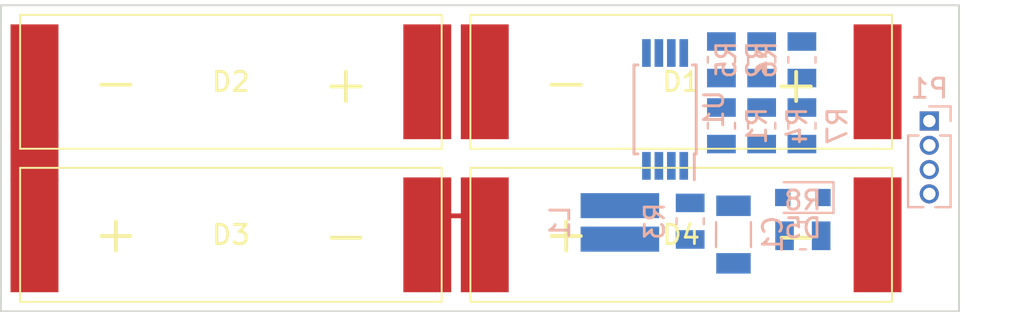
<source format=kicad_pcb>
(kicad_pcb (version 4) (host pcbnew 4.0.5)

  (general
    (links 30)
    (no_connects 28)
    (area 139.949999 77.949999 190.050001 94.050001)
    (thickness 1.6)
    (drawings 4)
    (tracks 5)
    (zones 0)
    (modules 17)
    (nets 13)
  )

  (page A4)
  (layers
    (0 F.Cu signal)
    (31 B.Cu signal)
    (32 B.Adhes user)
    (33 F.Adhes user)
    (34 B.Paste user)
    (35 F.Paste user)
    (36 B.SilkS user)
    (37 F.SilkS user)
    (38 B.Mask user)
    (39 F.Mask user)
    (40 Dwgs.User user)
    (41 Cmts.User user)
    (42 Eco1.User user)
    (43 Eco2.User user)
    (44 Edge.Cuts user)
    (45 Margin user)
    (46 B.CrtYd user)
    (47 F.CrtYd user)
    (48 B.Fab user)
    (49 F.Fab user)
  )

  (setup
    (last_trace_width 0.25)
    (trace_clearance 0.2)
    (zone_clearance 0.2)
    (zone_45_only no)
    (trace_min 0.2)
    (segment_width 0.2)
    (edge_width 0.15)
    (via_size 0.6)
    (via_drill 0.4)
    (via_min_size 0.4)
    (via_min_drill 0.3)
    (uvia_size 0.3)
    (uvia_drill 0.1)
    (uvias_allowed no)
    (uvia_min_size 0.2)
    (uvia_min_drill 0.1)
    (pcb_text_width 0.3)
    (pcb_text_size 1.5 1.5)
    (mod_edge_width 0.15)
    (mod_text_size 1 1)
    (mod_text_width 0.15)
    (pad_size 2.5 6)
    (pad_drill 0)
    (pad_to_mask_clearance 0.2)
    (aux_axis_origin 0 0)
    (visible_elements 7FFFFFFF)
    (pcbplotparams
      (layerselection 0x00030_80000001)
      (usegerberextensions false)
      (excludeedgelayer true)
      (linewidth 0.100000)
      (plotframeref false)
      (viasonmask false)
      (mode 1)
      (useauxorigin false)
      (hpglpennumber 1)
      (hpglpenspeed 20)
      (hpglpendiameter 15)
      (hpglpenoverlay 2)
      (psnegative false)
      (psa4output false)
      (plotreference true)
      (plotvalue true)
      (plotinvisibletext false)
      (padsonsilk false)
      (subtractmaskfromsilk false)
      (outputformat 1)
      (mirror false)
      (drillshape 1)
      (scaleselection 1)
      (outputdirectory ""))
  )

  (net 0 "")
  (net 1 GND)
  (net 2 "Net-(C1-Pad2)")
  (net 3 "Net-(D1-Pad1)")
  (net 4 "Net-(D1-Pad2)")
  (net 5 "Net-(D2-Pad2)")
  (net 6 "Net-(D3-Pad2)")
  (net 7 "Net-(D5-Pad1)")
  (net 8 "Net-(L1-Pad1)")
  (net 9 "Net-(R1-Pad2)")
  (net 10 "Net-(R2-Pad2)")
  (net 11 "Net-(R4-Pad2)")
  (net 12 "Net-(D4-Pad2)")

  (net_class Default "Dies ist die voreingestellte Netzklasse."
    (clearance 0.2)
    (trace_width 0.25)
    (via_dia 0.6)
    (via_drill 0.4)
    (uvia_dia 0.3)
    (uvia_drill 0.1)
    (add_net GND)
    (add_net "Net-(C1-Pad2)")
    (add_net "Net-(D1-Pad1)")
    (add_net "Net-(D1-Pad2)")
    (add_net "Net-(D2-Pad2)")
    (add_net "Net-(D3-Pad2)")
    (add_net "Net-(D4-Pad2)")
    (add_net "Net-(D5-Pad1)")
    (add_net "Net-(L1-Pad1)")
    (add_net "Net-(R1-Pad2)")
    (add_net "Net-(R2-Pad2)")
    (add_net "Net-(R4-Pad2)")
  )

  (module Eigene_Bauteile:KXOB22-12X1F (layer F.Cu) (tedit 5A36FCD0) (tstamp 5A33DC8A)
    (at 152 90)
    (path /5A33CAE0)
    (fp_text reference D3 (at 0 0) (layer F.SilkS)
      (effects (font (size 1 1) (thickness 0.15)))
    )
    (fp_text value D_Photo (at -0.22 2.31) (layer F.Fab)
      (effects (font (size 1 1) (thickness 0.15)))
    )
    (fp_line (start -11 -3.5) (end -11 3.5) (layer F.SilkS) (width 0.1))
    (fp_line (start -11 3.5) (end 11 3.5) (layer F.SilkS) (width 0.1))
    (fp_line (start 11 3.5) (end 11 -3.5) (layer F.SilkS) (width 0.1))
    (fp_line (start 11 -3.5) (end -11 -3.5) (layer F.SilkS) (width 0.1))
    (fp_text user - (at 6 0) (layer F.SilkS)
      (effects (font (size 2 2) (thickness 0.2)))
    )
    (fp_text user + (at -6 -0.09) (layer F.SilkS)
      (effects (font (size 2 2) (thickness 0.2)))
    )
    (pad 1 smd rect (at -10.25 0) (size 2.5 6) (layers F.Cu F.Paste F.Mask)
      (net 5 "Net-(D2-Pad2)"))
    (pad 2 smd rect (at 10.25 0) (size 2.5 6) (layers F.Cu F.Paste F.Mask)
      (net 6 "Net-(D3-Pad2)"))
    (model G:/CAD/KiCad/Repos_JM/Libraries-3D/Eigene_Bauteile.3dshapes/KXOB22-12X1F.wrl
      (at (xyz 0 0 0))
      (scale (xyz 0.393701 0.393701 0.393701))
      (rotate (xyz 0 0 0))
    )
  )

  (module Eigene_Bauteile:KXOB22-12X1F (layer F.Cu) (tedit 5A36FCD0) (tstamp 5A33DC90)
    (at 175.5 90)
    (path /5A33CB15)
    (fp_text reference D4 (at 0 0) (layer F.SilkS)
      (effects (font (size 1 1) (thickness 0.15)))
    )
    (fp_text value D_Photo (at -0.22 2.31) (layer F.Fab)
      (effects (font (size 1 1) (thickness 0.15)))
    )
    (fp_line (start -11 -3.5) (end -11 3.5) (layer F.SilkS) (width 0.1))
    (fp_line (start -11 3.5) (end 11 3.5) (layer F.SilkS) (width 0.1))
    (fp_line (start 11 3.5) (end 11 -3.5) (layer F.SilkS) (width 0.1))
    (fp_line (start 11 -3.5) (end -11 -3.5) (layer F.SilkS) (width 0.1))
    (fp_text user - (at 6 0) (layer F.SilkS)
      (effects (font (size 2 2) (thickness 0.2)))
    )
    (fp_text user + (at -6 -0.09) (layer F.SilkS)
      (effects (font (size 2 2) (thickness 0.2)))
    )
    (pad 1 smd rect (at -10.25 0) (size 2.5 6) (layers F.Cu F.Paste F.Mask)
      (net 6 "Net-(D3-Pad2)"))
    (pad 2 smd rect (at 10.25 0) (size 2.5 6) (layers F.Cu F.Paste F.Mask)
      (net 12 "Net-(D4-Pad2)"))
    (model G:/CAD/KiCad/Repos_JM/Libraries-3D/Eigene_Bauteile.3dshapes/KXOB22-12X1F.wrl
      (at (xyz 0 0 0))
      (scale (xyz 0.393701 0.393701 0.393701))
      (rotate (xyz 0 0 0))
    )
  )

  (module Diodes_SMD:D_0805 (layer B.Cu) (tedit 586A4032) (tstamp 5A33DC96)
    (at 181.85 88.05 180)
    (descr "Diode SMD in 0805 package")
    (tags "smd diode")
    (path /5A33D423)
    (attr smd)
    (fp_text reference D5 (at 0 -1.6 180) (layer B.SilkS)
      (effects (font (size 1 1) (thickness 0.15)) (justify mirror))
    )
    (fp_text value D_Schottky (at 0 1.6 180) (layer B.Fab)
      (effects (font (size 1 1) (thickness 0.15)) (justify mirror))
    )
    (fp_line (start -1.6 0.8) (end -1.6 -0.8) (layer B.SilkS) (width 0.12))
    (fp_line (start -1.7 -0.88) (end -1.7 0.88) (layer B.CrtYd) (width 0.05))
    (fp_line (start 1.7 -0.88) (end -1.7 -0.88) (layer B.CrtYd) (width 0.05))
    (fp_line (start 1.7 0.88) (end 1.7 -0.88) (layer B.CrtYd) (width 0.05))
    (fp_line (start -1.7 0.88) (end 1.7 0.88) (layer B.CrtYd) (width 0.05))
    (fp_line (start 0.2 0) (end 0.4 0) (layer B.Fab) (width 0.1))
    (fp_line (start -0.1 0) (end -0.3 0) (layer B.Fab) (width 0.1))
    (fp_line (start -0.1 0.2) (end -0.1 -0.2) (layer B.Fab) (width 0.1))
    (fp_line (start 0.2 -0.2) (end 0.2 0.2) (layer B.Fab) (width 0.1))
    (fp_line (start -0.1 0) (end 0.2 -0.2) (layer B.Fab) (width 0.1))
    (fp_line (start 0.2 0.2) (end -0.1 0) (layer B.Fab) (width 0.1))
    (fp_line (start -1 -0.625) (end -1 0.625) (layer B.Fab) (width 0.12))
    (fp_line (start 1 -0.625) (end -1 -0.625) (layer B.Fab) (width 0.12))
    (fp_line (start 1 0.625) (end 1 -0.625) (layer B.Fab) (width 0.12))
    (fp_line (start -1 0.625) (end 1 0.625) (layer B.Fab) (width 0.12))
    (fp_line (start -1.6 -0.8) (end 1 -0.8) (layer B.SilkS) (width 0.12))
    (fp_line (start -1.6 0.8) (end 1 0.8) (layer B.SilkS) (width 0.12))
    (pad 1 smd rect (at -1.05 0 180) (size 0.8 0.9) (layers B.Cu B.Paste B.Mask)
      (net 7 "Net-(D5-Pad1)"))
    (pad 2 smd rect (at 1.05 0 180) (size 0.8 0.9) (layers B.Cu B.Paste B.Mask)
      (net 1 GND))
  )

  (module Eigene_Bauteile:KXOB22-12X1F (layer F.Cu) (tedit 5A36FCD0) (tstamp 5A33DC84)
    (at 152 82 180)
    (path /5A33CABC)
    (fp_text reference D2 (at 0 0 180) (layer F.SilkS)
      (effects (font (size 1 1) (thickness 0.15)))
    )
    (fp_text value D_Photo (at -0.22 2.31 180) (layer F.Fab)
      (effects (font (size 1 1) (thickness 0.15)))
    )
    (fp_line (start -11 -3.5) (end -11 3.5) (layer F.SilkS) (width 0.1))
    (fp_line (start -11 3.5) (end 11 3.5) (layer F.SilkS) (width 0.1))
    (fp_line (start 11 3.5) (end 11 -3.5) (layer F.SilkS) (width 0.1))
    (fp_line (start 11 -3.5) (end -11 -3.5) (layer F.SilkS) (width 0.1))
    (fp_text user - (at 6 0 180) (layer F.SilkS)
      (effects (font (size 2 2) (thickness 0.2)))
    )
    (fp_text user + (at -6 -0.09 180) (layer F.SilkS)
      (effects (font (size 2 2) (thickness 0.2)))
    )
    (pad 1 smd rect (at -10.25 0 180) (size 2.5 6) (layers F.Cu F.Paste F.Mask)
      (net 4 "Net-(D1-Pad2)"))
    (pad 2 smd rect (at 10.25 0 180) (size 2.5 6) (layers F.Cu F.Paste F.Mask)
      (net 5 "Net-(D2-Pad2)"))
    (model G:/CAD/KiCad/Repos_JM/Libraries-3D/Eigene_Bauteile.3dshapes/KXOB22-12X1F.wrl
      (at (xyz 0 0 0))
      (scale (xyz 0.393701 0.393701 0.393701))
      (rotate (xyz 0 0 0))
    )
  )

  (module Eigene_Bauteile:KXOB22-12X1F (layer F.Cu) (tedit 5A36FCD0) (tstamp 5A33DC7E)
    (at 175.5 82 180)
    (path /5A33CA61)
    (fp_text reference D1 (at 0 0 180) (layer F.SilkS)
      (effects (font (size 1 1) (thickness 0.15)))
    )
    (fp_text value D_Photo (at -0.22 2.31 180) (layer F.Fab)
      (effects (font (size 1 1) (thickness 0.15)))
    )
    (fp_line (start -11 -3.5) (end -11 3.5) (layer F.SilkS) (width 0.1))
    (fp_line (start -11 3.5) (end 11 3.5) (layer F.SilkS) (width 0.1))
    (fp_line (start 11 3.5) (end 11 -3.5) (layer F.SilkS) (width 0.1))
    (fp_line (start 11 -3.5) (end -11 -3.5) (layer F.SilkS) (width 0.1))
    (fp_text user - (at 6 0 180) (layer F.SilkS)
      (effects (font (size 2 2) (thickness 0.2)))
    )
    (fp_text user + (at -6 -0.09 180) (layer F.SilkS)
      (effects (font (size 2 2) (thickness 0.2)))
    )
    (pad 1 smd rect (at -10.25 0 180) (size 2.5 6) (layers F.Cu F.Paste F.Mask)
      (net 3 "Net-(D1-Pad1)"))
    (pad 2 smd rect (at 10.25 0 180) (size 2.5 6) (layers F.Cu F.Paste F.Mask)
      (net 4 "Net-(D1-Pad2)"))
    (model G:/CAD/KiCad/Repos_JM/Libraries-3D/Eigene_Bauteile.3dshapes/KXOB22-12X1F.wrl
      (at (xyz 0 0 0))
      (scale (xyz 0.393701 0.393701 0.393701))
      (rotate (xyz 0 0 0))
    )
  )

  (module Resistor_SMD:R_0805_2012Metric (layer B.Cu) (tedit 59FE48B8) (tstamp 5A3704A6)
    (at 181.8 80.85 270)
    (descr "Resistor SMD 0805 (2012 Metric), square (rectangular) end terminal, IPC_7351 nominal, (Body size source: http://www.tortai-tech.com/upload/download/2011102023233369053.pdf), generated with kicad-footprint-generator")
    (tags resistor)
    (path /5A370B34)
    (attr smd)
    (fp_text reference R6 (at 0 1.85 270) (layer B.SilkS)
      (effects (font (size 1 1) (thickness 0.15)) (justify mirror))
    )
    (fp_text value 0 (at 0 -1.85 270) (layer B.Fab)
      (effects (font (size 1 1) (thickness 0.15)) (justify mirror))
    )
    (fp_line (start -1 -0.6) (end -1 0.6) (layer B.Fab) (width 0.1))
    (fp_line (start -1 0.6) (end 1 0.6) (layer B.Fab) (width 0.1))
    (fp_line (start 1 0.6) (end 1 -0.6) (layer B.Fab) (width 0.1))
    (fp_line (start 1 -0.6) (end -1 -0.6) (layer B.Fab) (width 0.1))
    (fp_line (start -0.15 0.71) (end 0.15 0.71) (layer B.SilkS) (width 0.12))
    (fp_line (start -0.15 -0.71) (end 0.15 -0.71) (layer B.SilkS) (width 0.12))
    (fp_line (start -1.69 -1) (end -1.69 1) (layer B.CrtYd) (width 0.05))
    (fp_line (start -1.69 1) (end 1.69 1) (layer B.CrtYd) (width 0.05))
    (fp_line (start 1.69 1) (end 1.69 -1) (layer B.CrtYd) (width 0.05))
    (fp_line (start 1.69 -1) (end -1.69 -1) (layer B.CrtYd) (width 0.05))
    (fp_text user %R (at 0 0 270) (layer B.Fab)
      (effects (font (size 0.5 0.5) (thickness 0.08)) (justify mirror))
    )
    (pad 1 smd rect (at -0.955 0 270) (size 0.97 1.5) (layers B.Cu B.Paste B.Mask)
      (net 1 GND))
    (pad 2 smd rect (at 0.955 0 270) (size 0.97 1.5) (layers B.Cu B.Paste B.Mask)
      (net 12 "Net-(D4-Pad2)"))
    (model ${KISYS3DMOD}/Resistor_SMD.3dshapes/R_0805_2012Metric.wrl
      (at (xyz 0 0 0))
      (scale (xyz 1 1 1))
      (rotate (xyz 0 0 0))
    )
  )

  (module Resistor_SMD:R_0805_2012Metric (layer B.Cu) (tedit 59FE48B8) (tstamp 5A3704AC)
    (at 181.8 84.3 90)
    (descr "Resistor SMD 0805 (2012 Metric), square (rectangular) end terminal, IPC_7351 nominal, (Body size source: http://www.tortai-tech.com/upload/download/2011102023233369053.pdf), generated with kicad-footprint-generator")
    (tags resistor)
    (path /5A371B12)
    (attr smd)
    (fp_text reference R7 (at 0 1.85 90) (layer B.SilkS)
      (effects (font (size 1 1) (thickness 0.15)) (justify mirror))
    )
    (fp_text value 0 (at 0 -1.85 90) (layer B.Fab)
      (effects (font (size 1 1) (thickness 0.15)) (justify mirror))
    )
    (fp_line (start -1 -0.6) (end -1 0.6) (layer B.Fab) (width 0.1))
    (fp_line (start -1 0.6) (end 1 0.6) (layer B.Fab) (width 0.1))
    (fp_line (start 1 0.6) (end 1 -0.6) (layer B.Fab) (width 0.1))
    (fp_line (start 1 -0.6) (end -1 -0.6) (layer B.Fab) (width 0.1))
    (fp_line (start -0.15 0.71) (end 0.15 0.71) (layer B.SilkS) (width 0.12))
    (fp_line (start -0.15 -0.71) (end 0.15 -0.71) (layer B.SilkS) (width 0.12))
    (fp_line (start -1.69 -1) (end -1.69 1) (layer B.CrtYd) (width 0.05))
    (fp_line (start -1.69 1) (end 1.69 1) (layer B.CrtYd) (width 0.05))
    (fp_line (start 1.69 1) (end 1.69 -1) (layer B.CrtYd) (width 0.05))
    (fp_line (start 1.69 -1) (end -1.69 -1) (layer B.CrtYd) (width 0.05))
    (fp_text user %R (at 0 0 90) (layer B.Fab)
      (effects (font (size 0.5 0.5) (thickness 0.08)) (justify mirror))
    )
    (pad 1 smd rect (at -0.955 0 90) (size 0.97 1.5) (layers B.Cu B.Paste B.Mask)
      (net 7 "Net-(D5-Pad1)"))
    (pad 2 smd rect (at 0.955 0 90) (size 0.97 1.5) (layers B.Cu B.Paste B.Mask)
      (net 3 "Net-(D1-Pad1)"))
    (model ${KISYS3DMOD}/Resistor_SMD.3dshapes/R_0805_2012Metric.wrl
      (at (xyz 0 0 0))
      (scale (xyz 1 1 1))
      (rotate (xyz 0 0 0))
    )
  )

  (module Resistor_SMD:R_0805_2012Metric (layer B.Cu) (tedit 59FE48B8) (tstamp 5A3704B2)
    (at 181.85 90.05 180)
    (descr "Resistor SMD 0805 (2012 Metric), square (rectangular) end terminal, IPC_7351 nominal, (Body size source: http://www.tortai-tech.com/upload/download/2011102023233369053.pdf), generated with kicad-footprint-generator")
    (tags resistor)
    (path /5A371A8E)
    (attr smd)
    (fp_text reference R8 (at 0 1.85 180) (layer B.SilkS)
      (effects (font (size 1 1) (thickness 0.15)) (justify mirror))
    )
    (fp_text value 0 (at 0 -1.85 180) (layer B.Fab)
      (effects (font (size 1 1) (thickness 0.15)) (justify mirror))
    )
    (fp_line (start -1 -0.6) (end -1 0.6) (layer B.Fab) (width 0.1))
    (fp_line (start -1 0.6) (end 1 0.6) (layer B.Fab) (width 0.1))
    (fp_line (start 1 0.6) (end 1 -0.6) (layer B.Fab) (width 0.1))
    (fp_line (start 1 -0.6) (end -1 -0.6) (layer B.Fab) (width 0.1))
    (fp_line (start -0.15 0.71) (end 0.15 0.71) (layer B.SilkS) (width 0.12))
    (fp_line (start -0.15 -0.71) (end 0.15 -0.71) (layer B.SilkS) (width 0.12))
    (fp_line (start -1.69 -1) (end -1.69 1) (layer B.CrtYd) (width 0.05))
    (fp_line (start -1.69 1) (end 1.69 1) (layer B.CrtYd) (width 0.05))
    (fp_line (start 1.69 1) (end 1.69 -1) (layer B.CrtYd) (width 0.05))
    (fp_line (start 1.69 -1) (end -1.69 -1) (layer B.CrtYd) (width 0.05))
    (fp_text user %R (at 0 0 180) (layer B.Fab)
      (effects (font (size 0.5 0.5) (thickness 0.08)) (justify mirror))
    )
    (pad 1 smd rect (at -0.955 0 180) (size 0.97 1.5) (layers B.Cu B.Paste B.Mask)
      (net 12 "Net-(D4-Pad2)"))
    (pad 2 smd rect (at 0.955 0 180) (size 0.97 1.5) (layers B.Cu B.Paste B.Mask)
      (net 1 GND))
    (model ${KISYS3DMOD}/Resistor_SMD.3dshapes/R_0805_2012Metric.wrl
      (at (xyz 0 0 0))
      (scale (xyz 1 1 1))
      (rotate (xyz 0 0 0))
    )
  )

  (module Capacitor_SMD:C_1206_3216Metric (layer B.Cu) (tedit 59FE48B8) (tstamp 5A37050D)
    (at 178.2292 89.9859 90)
    (descr "Capacitor SMD 1206 (3216 Metric), square (rectangular) end terminal, IPC_7351 nominal, (Body size source: http://www.tortai-tech.com/upload/download/2011102023233369053.pdf), generated with kicad-footprint-generator")
    (tags capacitor)
    (path /5A33F480)
    (attr smd)
    (fp_text reference C1 (at 0 2.05 90) (layer B.SilkS)
      (effects (font (size 1 1) (thickness 0.15)) (justify mirror))
    )
    (fp_text value C (at 0 -2.05 90) (layer B.Fab)
      (effects (font (size 1 1) (thickness 0.15)) (justify mirror))
    )
    (fp_line (start -1.6 -0.8) (end -1.6 0.8) (layer B.Fab) (width 0.1))
    (fp_line (start -1.6 0.8) (end 1.6 0.8) (layer B.Fab) (width 0.1))
    (fp_line (start 1.6 0.8) (end 1.6 -0.8) (layer B.Fab) (width 0.1))
    (fp_line (start 1.6 -0.8) (end -1.6 -0.8) (layer B.Fab) (width 0.1))
    (fp_line (start -0.65 0.91) (end 0.65 0.91) (layer B.SilkS) (width 0.12))
    (fp_line (start -0.65 -0.91) (end 0.65 -0.91) (layer B.SilkS) (width 0.12))
    (fp_line (start -2.29 -1.15) (end -2.29 1.15) (layer B.CrtYd) (width 0.05))
    (fp_line (start -2.29 1.15) (end 2.29 1.15) (layer B.CrtYd) (width 0.05))
    (fp_line (start 2.29 1.15) (end 2.29 -1.15) (layer B.CrtYd) (width 0.05))
    (fp_line (start 2.29 -1.15) (end -2.29 -1.15) (layer B.CrtYd) (width 0.05))
    (fp_text user %R (at 0 0 90) (layer B.Fab)
      (effects (font (size 0.8 0.8) (thickness 0.12)) (justify mirror))
    )
    (pad 1 smd rect (at -1.505 0 90) (size 1.07 1.8) (layers B.Cu B.Paste B.Mask)
      (net 1 GND))
    (pad 2 smd rect (at 1.505 0 90) (size 1.07 1.8) (layers B.Cu B.Paste B.Mask)
      (net 2 "Net-(C1-Pad2)"))
    (model ${KISYS3DMOD}/Capacitor_SMD.3dshapes/C_1206_3216Metric.wrl
      (at (xyz 0 0 0))
      (scale (xyz 1 1 1))
      (rotate (xyz 0 0 0))
    )
  )

  (module Resistor_SMD:R_0815_2038Metric (layer B.Cu) (tedit 59FE48B8) (tstamp 5A370512)
    (at 172.3 89.35 270)
    (descr "Resistor SMD 0815 (2038 Metric), square (rectangular) end terminal, IPC_7351 nominal, (Body size source: http://www.yageo.com/documents/recent/PYu-PRPFPH_521_RoHS_L_0.pdf), generated with kicad-footprint-generator")
    (tags resistor)
    (path /5A33D149)
    (attr smd)
    (fp_text reference L1 (at 0 3.12 270) (layer B.SilkS)
      (effects (font (size 1 1) (thickness 0.15)) (justify mirror))
    )
    (fp_text value L (at 0 -3.12 270) (layer B.Fab)
      (effects (font (size 1 1) (thickness 0.15)) (justify mirror))
    )
    (fp_line (start -1.075 -1.875) (end -1.075 1.875) (layer B.Fab) (width 0.1))
    (fp_line (start -1.075 1.875) (end 1.075 1.875) (layer B.Fab) (width 0.1))
    (fp_line (start 1.075 1.875) (end 1.075 -1.875) (layer B.Fab) (width 0.1))
    (fp_line (start 1.075 -1.875) (end -1.075 -1.875) (layer B.Fab) (width 0.1))
    (fp_line (start -1.78 -2.3) (end -1.78 2.3) (layer B.CrtYd) (width 0.05))
    (fp_line (start -1.78 2.3) (end 1.78 2.3) (layer B.CrtYd) (width 0.05))
    (fp_line (start 1.78 2.3) (end 1.78 -2.3) (layer B.CrtYd) (width 0.05))
    (fp_line (start 1.78 -2.3) (end -1.78 -2.3) (layer B.CrtYd) (width 0.05))
    (fp_text user %R (at 0 0 540) (layer B.Fab)
      (effects (font (size 0.94 0.94) (thickness 0.14)) (justify mirror))
    )
    (pad 1 smd rect (at -0.875 0 270) (size 1.31 4.1) (layers B.Cu B.Paste B.Mask)
      (net 8 "Net-(L1-Pad1)"))
    (pad 2 smd rect (at 0.875 0 270) (size 1.31 4.1) (layers B.Cu B.Paste B.Mask)
      (net 3 "Net-(D1-Pad1)"))
    (model ${KISYS3DMOD}/Resistor_SMD.3dshapes/R_0815_2038Metric.wrl
      (at (xyz 0 0 0))
      (scale (xyz 1 1 1))
      (rotate (xyz 0 0 0))
    )
  )

  (module Connector_PinHeader_1.27mm:PinHeader_1x04_P1.27mm_Vertical (layer B.Cu) (tedit 59FED6E3) (tstamp 5A370517)
    (at 188.45 84.05 180)
    (descr "Through hole straight pin header, 1x04, 1.27mm pitch, single row")
    (tags "Through hole pin header THT 1x04 1.27mm single row")
    (path /5A37097B)
    (fp_text reference P1 (at 0 1.695 180) (layer B.SilkS)
      (effects (font (size 1 1) (thickness 0.15)) (justify mirror))
    )
    (fp_text value CONN_01X04 (at 0 -5.505 180) (layer B.Fab)
      (effects (font (size 1 1) (thickness 0.15)) (justify mirror))
    )
    (fp_line (start -0.525 0.635) (end 1.05 0.635) (layer B.Fab) (width 0.1))
    (fp_line (start 1.05 0.635) (end 1.05 -4.445) (layer B.Fab) (width 0.1))
    (fp_line (start 1.05 -4.445) (end -1.05 -4.445) (layer B.Fab) (width 0.1))
    (fp_line (start -1.05 -4.445) (end -1.05 0.11) (layer B.Fab) (width 0.1))
    (fp_line (start -1.05 0.11) (end -0.525 0.635) (layer B.Fab) (width 0.1))
    (fp_line (start -1.11 -4.505) (end -0.30753 -4.505) (layer B.SilkS) (width 0.12))
    (fp_line (start 0.30753 -4.505) (end 1.11 -4.505) (layer B.SilkS) (width 0.12))
    (fp_line (start -1.11 -0.76) (end -1.11 -4.505) (layer B.SilkS) (width 0.12))
    (fp_line (start 1.11 -0.76) (end 1.11 -4.505) (layer B.SilkS) (width 0.12))
    (fp_line (start -1.11 -0.76) (end -0.563471 -0.76) (layer B.SilkS) (width 0.12))
    (fp_line (start 0.563471 -0.76) (end 1.11 -0.76) (layer B.SilkS) (width 0.12))
    (fp_line (start -1.11 0) (end -1.11 0.76) (layer B.SilkS) (width 0.12))
    (fp_line (start -1.11 0.76) (end 0 0.76) (layer B.SilkS) (width 0.12))
    (fp_line (start -1.55 1.15) (end -1.55 -4.95) (layer B.CrtYd) (width 0.05))
    (fp_line (start -1.55 -4.95) (end 1.55 -4.95) (layer B.CrtYd) (width 0.05))
    (fp_line (start 1.55 -4.95) (end 1.55 1.15) (layer B.CrtYd) (width 0.05))
    (fp_line (start 1.55 1.15) (end -1.55 1.15) (layer B.CrtYd) (width 0.05))
    (fp_text user %R (at 0 -1.905 450) (layer B.Fab)
      (effects (font (size 1 1) (thickness 0.15)) (justify mirror))
    )
    (pad 1 thru_hole rect (at 0 0 180) (size 1 1) (drill 0.65) (layers *.Cu *.Mask)
      (net 7 "Net-(D5-Pad1)"))
    (pad 2 thru_hole oval (at 0 -1.27 180) (size 1 1) (drill 0.65) (layers *.Cu *.Mask)
      (net 1 GND))
    (pad 3 thru_hole oval (at 0 -2.54 180) (size 1 1) (drill 0.65) (layers *.Cu *.Mask)
      (net 12 "Net-(D4-Pad2)"))
    (pad 4 thru_hole oval (at 0 -3.81 180) (size 1 1) (drill 0.65) (layers *.Cu *.Mask)
      (net 1 GND))
    (model ${KISYS3DMOD}/Connector_PinHeader_1.27mm.3dshapes/PinHeader_1x04_P1.27mm_Vertical.wrl
      (at (xyz 0 0 0))
      (scale (xyz 1 1 1))
      (rotate (xyz 0 0 0))
    )
  )

  (module Resistor_SMD:R_0805_2012Metric (layer B.Cu) (tedit 59FE48B8) (tstamp 5A37051E)
    (at 177.6 84.3 90)
    (descr "Resistor SMD 0805 (2012 Metric), square (rectangular) end terminal, IPC_7351 nominal, (Body size source: http://www.tortai-tech.com/upload/download/2011102023233369053.pdf), generated with kicad-footprint-generator")
    (tags resistor)
    (path /5A3417E3)
    (attr smd)
    (fp_text reference R1 (at 0 1.85 90) (layer B.SilkS)
      (effects (font (size 1 1) (thickness 0.15)) (justify mirror))
    )
    (fp_text value R_Small (at 0 -1.85 90) (layer B.Fab)
      (effects (font (size 1 1) (thickness 0.15)) (justify mirror))
    )
    (fp_line (start -1 -0.6) (end -1 0.6) (layer B.Fab) (width 0.1))
    (fp_line (start -1 0.6) (end 1 0.6) (layer B.Fab) (width 0.1))
    (fp_line (start 1 0.6) (end 1 -0.6) (layer B.Fab) (width 0.1))
    (fp_line (start 1 -0.6) (end -1 -0.6) (layer B.Fab) (width 0.1))
    (fp_line (start -0.15 0.71) (end 0.15 0.71) (layer B.SilkS) (width 0.12))
    (fp_line (start -0.15 -0.71) (end 0.15 -0.71) (layer B.SilkS) (width 0.12))
    (fp_line (start -1.69 -1) (end -1.69 1) (layer B.CrtYd) (width 0.05))
    (fp_line (start -1.69 1) (end 1.69 1) (layer B.CrtYd) (width 0.05))
    (fp_line (start 1.69 1) (end 1.69 -1) (layer B.CrtYd) (width 0.05))
    (fp_line (start 1.69 -1) (end -1.69 -1) (layer B.CrtYd) (width 0.05))
    (fp_text user %R (at 0 0 90) (layer B.Fab)
      (effects (font (size 0.5 0.5) (thickness 0.08)) (justify mirror))
    )
    (pad 1 smd rect (at -0.955 0 90) (size 0.97 1.5) (layers B.Cu B.Paste B.Mask)
      (net 2 "Net-(C1-Pad2)"))
    (pad 2 smd rect (at 0.955 0 90) (size 0.97 1.5) (layers B.Cu B.Paste B.Mask)
      (net 9 "Net-(R1-Pad2)"))
    (model ${KISYS3DMOD}/Resistor_SMD.3dshapes/R_0805_2012Metric.wrl
      (at (xyz 0 0 0))
      (scale (xyz 1 1 1))
      (rotate (xyz 0 0 0))
    )
  )

  (module Resistor_SMD:R_0805_2012Metric (layer B.Cu) (tedit 59FE48B8) (tstamp 5A370523)
    (at 177.6 80.85 90)
    (descr "Resistor SMD 0805 (2012 Metric), square (rectangular) end terminal, IPC_7351 nominal, (Body size source: http://www.tortai-tech.com/upload/download/2011102023233369053.pdf), generated with kicad-footprint-generator")
    (tags resistor)
    (path /5A341308)
    (attr smd)
    (fp_text reference R2 (at 0 1.85 90) (layer B.SilkS)
      (effects (font (size 1 1) (thickness 0.15)) (justify mirror))
    )
    (fp_text value R_Small (at 0 -1.85 90) (layer B.Fab)
      (effects (font (size 1 1) (thickness 0.15)) (justify mirror))
    )
    (fp_line (start -1 -0.6) (end -1 0.6) (layer B.Fab) (width 0.1))
    (fp_line (start -1 0.6) (end 1 0.6) (layer B.Fab) (width 0.1))
    (fp_line (start 1 0.6) (end 1 -0.6) (layer B.Fab) (width 0.1))
    (fp_line (start 1 -0.6) (end -1 -0.6) (layer B.Fab) (width 0.1))
    (fp_line (start -0.15 0.71) (end 0.15 0.71) (layer B.SilkS) (width 0.12))
    (fp_line (start -0.15 -0.71) (end 0.15 -0.71) (layer B.SilkS) (width 0.12))
    (fp_line (start -1.69 -1) (end -1.69 1) (layer B.CrtYd) (width 0.05))
    (fp_line (start -1.69 1) (end 1.69 1) (layer B.CrtYd) (width 0.05))
    (fp_line (start 1.69 1) (end 1.69 -1) (layer B.CrtYd) (width 0.05))
    (fp_line (start 1.69 -1) (end -1.69 -1) (layer B.CrtYd) (width 0.05))
    (fp_text user %R (at 0 0 90) (layer B.Fab)
      (effects (font (size 0.5 0.5) (thickness 0.08)) (justify mirror))
    )
    (pad 1 smd rect (at -0.955 0 90) (size 0.97 1.5) (layers B.Cu B.Paste B.Mask)
      (net 7 "Net-(D5-Pad1)"))
    (pad 2 smd rect (at 0.955 0 90) (size 0.97 1.5) (layers B.Cu B.Paste B.Mask)
      (net 10 "Net-(R2-Pad2)"))
    (model ${KISYS3DMOD}/Resistor_SMD.3dshapes/R_0805_2012Metric.wrl
      (at (xyz 0 0 0))
      (scale (xyz 1 1 1))
      (rotate (xyz 0 0 0))
    )
  )

  (module Resistor_SMD:R_0805_2012Metric (layer B.Cu) (tedit 59FE48B8) (tstamp 5A370528)
    (at 175.9686 89.2874 270)
    (descr "Resistor SMD 0805 (2012 Metric), square (rectangular) end terminal, IPC_7351 nominal, (Body size source: http://www.tortai-tech.com/upload/download/2011102023233369053.pdf), generated with kicad-footprint-generator")
    (tags resistor)
    (path /5A340EA2)
    (attr smd)
    (fp_text reference R3 (at 0 1.85 270) (layer B.SilkS)
      (effects (font (size 1 1) (thickness 0.15)) (justify mirror))
    )
    (fp_text value "Shunt 1%" (at 0 -1.85 270) (layer B.Fab)
      (effects (font (size 1 1) (thickness 0.15)) (justify mirror))
    )
    (fp_line (start -1 -0.6) (end -1 0.6) (layer B.Fab) (width 0.1))
    (fp_line (start -1 0.6) (end 1 0.6) (layer B.Fab) (width 0.1))
    (fp_line (start 1 0.6) (end 1 -0.6) (layer B.Fab) (width 0.1))
    (fp_line (start 1 -0.6) (end -1 -0.6) (layer B.Fab) (width 0.1))
    (fp_line (start -0.15 0.71) (end 0.15 0.71) (layer B.SilkS) (width 0.12))
    (fp_line (start -0.15 -0.71) (end 0.15 -0.71) (layer B.SilkS) (width 0.12))
    (fp_line (start -1.69 -1) (end -1.69 1) (layer B.CrtYd) (width 0.05))
    (fp_line (start -1.69 1) (end 1.69 1) (layer B.CrtYd) (width 0.05))
    (fp_line (start 1.69 1) (end 1.69 -1) (layer B.CrtYd) (width 0.05))
    (fp_line (start 1.69 -1) (end -1.69 -1) (layer B.CrtYd) (width 0.05))
    (fp_text user %R (at 0 0 270) (layer B.Fab)
      (effects (font (size 0.5 0.5) (thickness 0.08)) (justify mirror))
    )
    (pad 1 smd rect (at -0.955 0 270) (size 0.97 1.5) (layers B.Cu B.Paste B.Mask)
      (net 2 "Net-(C1-Pad2)"))
    (pad 2 smd rect (at 0.955 0 270) (size 0.97 1.5) (layers B.Cu B.Paste B.Mask)
      (net 7 "Net-(D5-Pad1)"))
    (model ${KISYS3DMOD}/Resistor_SMD.3dshapes/R_0805_2012Metric.wrl
      (at (xyz 0 0 0))
      (scale (xyz 1 1 1))
      (rotate (xyz 0 0 0))
    )
  )

  (module Resistor_SMD:R_0805_2012Metric (layer B.Cu) (tedit 59FE48B8) (tstamp 5A37052D)
    (at 179.7 84.3 90)
    (descr "Resistor SMD 0805 (2012 Metric), square (rectangular) end terminal, IPC_7351 nominal, (Body size source: http://www.tortai-tech.com/upload/download/2011102023233369053.pdf), generated with kicad-footprint-generator")
    (tags resistor)
    (path /5A33E416)
    (attr smd)
    (fp_text reference R4 (at 0 1.85 90) (layer B.SilkS)
      (effects (font (size 1 1) (thickness 0.15)) (justify mirror))
    )
    (fp_text value R_Small (at 0 -1.85 90) (layer B.Fab)
      (effects (font (size 1 1) (thickness 0.15)) (justify mirror))
    )
    (fp_line (start -1 -0.6) (end -1 0.6) (layer B.Fab) (width 0.1))
    (fp_line (start -1 0.6) (end 1 0.6) (layer B.Fab) (width 0.1))
    (fp_line (start 1 0.6) (end 1 -0.6) (layer B.Fab) (width 0.1))
    (fp_line (start 1 -0.6) (end -1 -0.6) (layer B.Fab) (width 0.1))
    (fp_line (start -0.15 0.71) (end 0.15 0.71) (layer B.SilkS) (width 0.12))
    (fp_line (start -0.15 -0.71) (end 0.15 -0.71) (layer B.SilkS) (width 0.12))
    (fp_line (start -1.69 -1) (end -1.69 1) (layer B.CrtYd) (width 0.05))
    (fp_line (start -1.69 1) (end 1.69 1) (layer B.CrtYd) (width 0.05))
    (fp_line (start 1.69 1) (end 1.69 -1) (layer B.CrtYd) (width 0.05))
    (fp_line (start 1.69 -1) (end -1.69 -1) (layer B.CrtYd) (width 0.05))
    (fp_text user %R (at 0 0 90) (layer B.Fab)
      (effects (font (size 0.5 0.5) (thickness 0.08)) (justify mirror))
    )
    (pad 1 smd rect (at -0.955 0 90) (size 0.97 1.5) (layers B.Cu B.Paste B.Mask)
      (net 7 "Net-(D5-Pad1)"))
    (pad 2 smd rect (at 0.955 0 90) (size 0.97 1.5) (layers B.Cu B.Paste B.Mask)
      (net 11 "Net-(R4-Pad2)"))
    (model ${KISYS3DMOD}/Resistor_SMD.3dshapes/R_0805_2012Metric.wrl
      (at (xyz 0 0 0))
      (scale (xyz 1 1 1))
      (rotate (xyz 0 0 0))
    )
  )

  (module Resistor_SMD:R_0805_2012Metric (layer B.Cu) (tedit 59FE48B8) (tstamp 5A370532)
    (at 179.7 80.85 270)
    (descr "Resistor SMD 0805 (2012 Metric), square (rectangular) end terminal, IPC_7351 nominal, (Body size source: http://www.tortai-tech.com/upload/download/2011102023233369053.pdf), generated with kicad-footprint-generator")
    (tags resistor)
    (path /5A340B8E)
    (attr smd)
    (fp_text reference R5 (at 0 1.85 270) (layer B.SilkS)
      (effects (font (size 1 1) (thickness 0.15)) (justify mirror))
    )
    (fp_text value R_Small (at 0 -1.85 270) (layer B.Fab)
      (effects (font (size 1 1) (thickness 0.15)) (justify mirror))
    )
    (fp_line (start -1 -0.6) (end -1 0.6) (layer B.Fab) (width 0.1))
    (fp_line (start -1 0.6) (end 1 0.6) (layer B.Fab) (width 0.1))
    (fp_line (start 1 0.6) (end 1 -0.6) (layer B.Fab) (width 0.1))
    (fp_line (start 1 -0.6) (end -1 -0.6) (layer B.Fab) (width 0.1))
    (fp_line (start -0.15 0.71) (end 0.15 0.71) (layer B.SilkS) (width 0.12))
    (fp_line (start -0.15 -0.71) (end 0.15 -0.71) (layer B.SilkS) (width 0.12))
    (fp_line (start -1.69 -1) (end -1.69 1) (layer B.CrtYd) (width 0.05))
    (fp_line (start -1.69 1) (end 1.69 1) (layer B.CrtYd) (width 0.05))
    (fp_line (start 1.69 1) (end 1.69 -1) (layer B.CrtYd) (width 0.05))
    (fp_line (start 1.69 -1) (end -1.69 -1) (layer B.CrtYd) (width 0.05))
    (fp_text user %R (at 0 0 270) (layer B.Fab)
      (effects (font (size 0.5 0.5) (thickness 0.08)) (justify mirror))
    )
    (pad 1 smd rect (at -0.955 0 270) (size 0.97 1.5) (layers B.Cu B.Paste B.Mask)
      (net 11 "Net-(R4-Pad2)"))
    (pad 2 smd rect (at 0.955 0 270) (size 0.97 1.5) (layers B.Cu B.Paste B.Mask)
      (net 1 GND))
    (model ${KISYS3DMOD}/Resistor_SMD.3dshapes/R_0805_2012Metric.wrl
      (at (xyz 0 0 0))
      (scale (xyz 1 1 1))
      (rotate (xyz 0 0 0))
    )
  )

  (module Package_SSOP:TSSOP-8_4.4x3mm_P0.65mm (layer B.Cu) (tedit 5A02F25C) (tstamp 5A370537)
    (at 174.6605 83.4454 90)
    (descr "8-Lead Plastic Thin Shrink Small Outline (ST)-4.4 mm Body [TSSOP] (see Microchip Packaging Specification 00000049BS.pdf)")
    (tags "SSOP 0.65")
    (path /5A33CF03)
    (attr smd)
    (fp_text reference U1 (at 0 2.55 90) (layer B.SilkS)
      (effects (font (size 1 1) (thickness 0.15)) (justify mirror))
    )
    (fp_text value SPV1040 (at 0 -2.55 90) (layer B.Fab)
      (effects (font (size 1 1) (thickness 0.15)) (justify mirror))
    )
    (fp_line (start -1.2 1.5) (end 2.2 1.5) (layer B.Fab) (width 0.15))
    (fp_line (start 2.2 1.5) (end 2.2 -1.5) (layer B.Fab) (width 0.15))
    (fp_line (start 2.2 -1.5) (end -2.2 -1.5) (layer B.Fab) (width 0.15))
    (fp_line (start -2.2 -1.5) (end -2.2 0.5) (layer B.Fab) (width 0.15))
    (fp_line (start -2.2 0.5) (end -1.2 1.5) (layer B.Fab) (width 0.15))
    (fp_line (start -3.95 1.8) (end -3.95 -1.8) (layer B.CrtYd) (width 0.05))
    (fp_line (start 3.95 1.8) (end 3.95 -1.8) (layer B.CrtYd) (width 0.05))
    (fp_line (start -3.95 1.8) (end 3.95 1.8) (layer B.CrtYd) (width 0.05))
    (fp_line (start -3.95 -1.8) (end 3.95 -1.8) (layer B.CrtYd) (width 0.05))
    (fp_line (start -2.325 1.625) (end -2.325 1.525) (layer B.SilkS) (width 0.15))
    (fp_line (start 2.325 1.625) (end 2.325 1.425) (layer B.SilkS) (width 0.15))
    (fp_line (start 2.325 -1.625) (end 2.325 -1.425) (layer B.SilkS) (width 0.15))
    (fp_line (start -2.325 -1.625) (end -2.325 -1.425) (layer B.SilkS) (width 0.15))
    (fp_line (start -2.325 1.625) (end 2.325 1.625) (layer B.SilkS) (width 0.15))
    (fp_line (start -2.325 -1.625) (end 2.325 -1.625) (layer B.SilkS) (width 0.15))
    (fp_line (start -2.325 1.525) (end -3.675 1.525) (layer B.SilkS) (width 0.15))
    (fp_text user %R (at 0 0 90) (layer B.Fab)
      (effects (font (size 0.7 0.7) (thickness 0.15)) (justify mirror))
    )
    (pad 1 smd rect (at -2.95 0.975 90) (size 1.45 0.45) (layers B.Cu B.Paste B.Mask)
      (net 3 "Net-(D1-Pad1)"))
    (pad 2 smd rect (at -2.95 0.325 90) (size 1.45 0.45) (layers B.Cu B.Paste B.Mask)
      (net 1 GND))
    (pad 3 smd rect (at -2.95 -0.325 90) (size 1.45 0.45) (layers B.Cu B.Paste B.Mask)
      (net 8 "Net-(L1-Pad1)"))
    (pad 4 smd rect (at -2.95 -0.975 90) (size 1.45 0.45) (layers B.Cu B.Paste B.Mask)
      (net 2 "Net-(C1-Pad2)"))
    (pad 5 smd rect (at 2.95 -0.975 90) (size 1.45 0.45) (layers B.Cu B.Paste B.Mask)
      (net 11 "Net-(R4-Pad2)"))
    (pad 6 smd rect (at 2.95 -0.325 90) (size 1.45 0.45) (layers B.Cu B.Paste B.Mask)
      (net 10 "Net-(R2-Pad2)"))
    (pad 7 smd rect (at 2.95 0.325 90) (size 1.45 0.45) (layers B.Cu B.Paste B.Mask)
      (net 9 "Net-(R1-Pad2)"))
    (pad 8 smd rect (at 2.95 0.975 90) (size 1.45 0.45) (layers B.Cu B.Paste B.Mask)
      (net 3 "Net-(D1-Pad1)"))
    (model ${KISYS3DMOD}/Package_SSOP.3dshapes/TSSOP-8_4.4x3mm_P0.65mm.wrl
      (at (xyz 0 0 0))
      (scale (xyz 1 1 1))
      (rotate (xyz 0 0 0))
    )
  )

  (gr_line (start 190 78) (end 190 94) (angle 90) (layer Edge.Cuts) (width 0.1) (tstamp 5A36FEE0))
  (gr_line (start 190 94) (end 140 94) (angle 90) (layer Edge.Cuts) (width 0.1) (tstamp 5A36FEC3))
  (gr_line (start 190 78) (end 140 78) (angle 90) (layer Edge.Cuts) (width 0.1))
  (gr_line (start 140 78) (end 140 94) (angle 90) (layer Edge.Cuts) (width 0.1))

  (segment (start 141.75 90) (end 141.75 85.85) (width 0.25) (layer F.Cu) (net 5) (status 400000))
  (segment (start 141.75 82) (end 141.75 85.85) (width 0.25) (layer F.Cu) (net 5) (status 400000))
  (segment (start 141.75 85.85) (end 141.7 85.9) (width 0.25) (layer F.Cu) (net 5) (tstamp 5A3A397B))
  (segment (start 165.5081 89.008) (end 162.658 89.008) (width 0.25) (layer F.Cu) (net 6))
  (segment (start 162.658 89.008) (end 162.65 89) (width 0.25) (layer F.Cu) (net 6) (tstamp 5A36C896))

  (zone (net 5) (net_name "Net-(D2-Pad2)") (layer F.Cu) (tstamp 5A3A392C) (hatch edge 0.508)
    (connect_pads yes (clearance 0.2))
    (min_thickness 0.1)
    (fill yes (arc_segments 16) (thermal_gap 0.508) (thermal_bridge_width 0.508))
    (polygon
      (pts
        (xy 143 87.25) (xy 140.5 87.25) (xy 140.5 84.65) (xy 143 84.65)
      )
    )
    (filled_polygon
      (pts
        (xy 142.95 87.2) (xy 140.55 87.2) (xy 140.55 84.7) (xy 142.95 84.7)
      )
    )
  )
)

</source>
